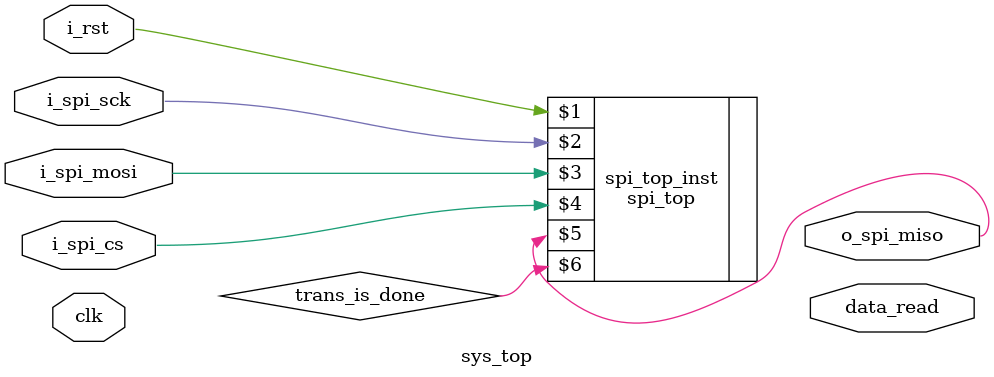
<source format=v>

`timescale 1ns/1ps

module sys_top #(parameter DATA_WIDTH = 8)(

    input i_rst,
    input clk,
    input i_spi_sck,
    input i_spi_mosi,
    input i_spi_cs,

    output o_spi_miso,
    output [DATA_WIDTH-1:0] data_read
);



wire trans_is_done;


spi_top #(DATA_WIDTH) 
    spi_top_inst (
        i_rst,
        i_spi_sck,
        i_spi_mosi,
        i_spi_cs,
        o_spi_miso,
        trans_is_done 
);



endmodule

</source>
